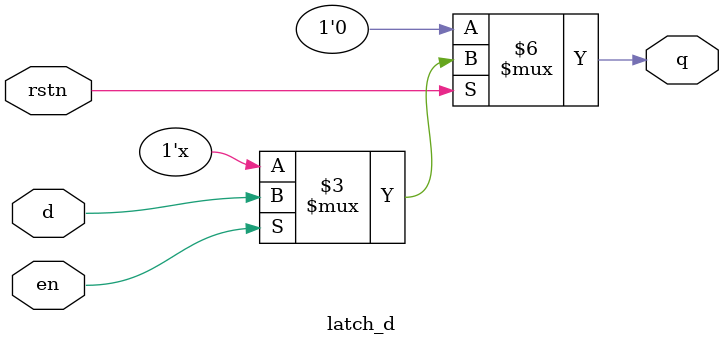
<source format=v>
module latch_d (  input d, input en, input rstn, output reg q);     

   always @ (en or rstn or d)
      if (!rstn)
         q <= 0;
      else
         if (en)
            q <= d;
endmodule


</source>
